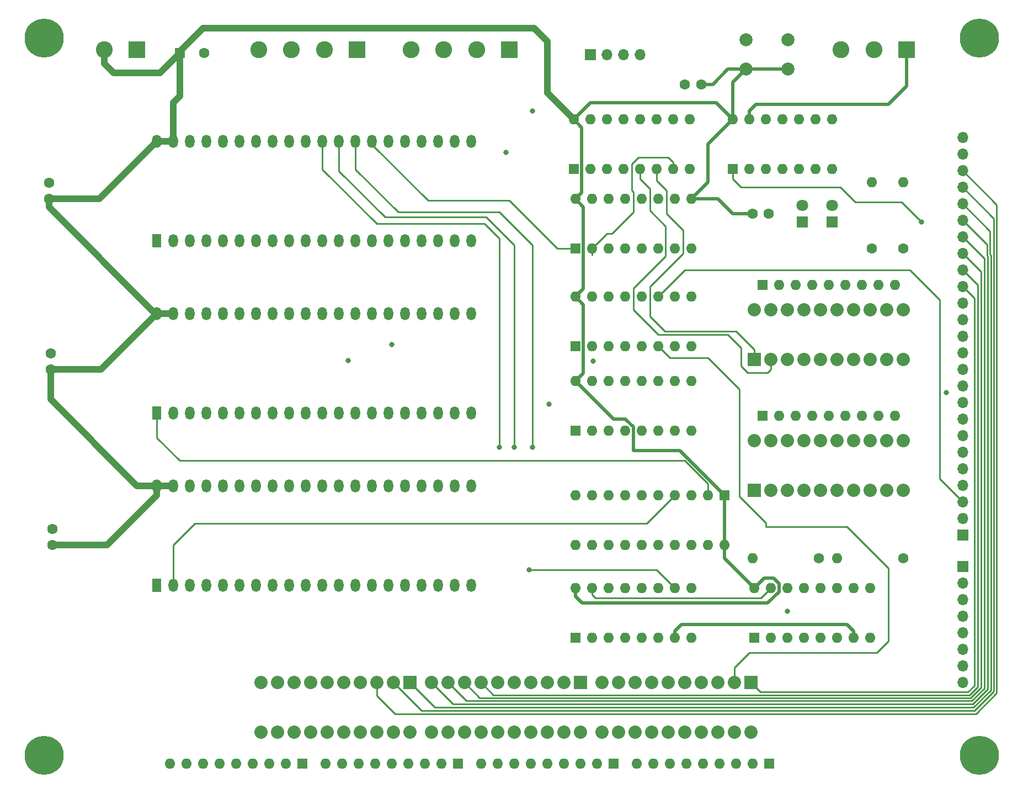
<source format=gbr>
%TF.GenerationSoftware,KiCad,Pcbnew,(5.1.9-0-10_14)*%
%TF.CreationDate,2021-06-20T20:55:53-04:00*%
%TF.ProjectId,control,636f6e74-726f-46c2-9e6b-696361645f70,rev?*%
%TF.SameCoordinates,Original*%
%TF.FileFunction,Copper,L3,Inr*%
%TF.FilePolarity,Positive*%
%FSLAX46Y46*%
G04 Gerber Fmt 4.6, Leading zero omitted, Abs format (unit mm)*
G04 Created by KiCad (PCBNEW (5.1.9-0-10_14)) date 2021-06-20 20:55:53*
%MOMM*%
%LPD*%
G01*
G04 APERTURE LIST*
%TA.AperFunction,ComponentPad*%
%ADD10C,1.600000*%
%TD*%
%TA.AperFunction,ComponentPad*%
%ADD11C,2.600000*%
%TD*%
%TA.AperFunction,ComponentPad*%
%ADD12R,2.600000X2.600000*%
%TD*%
%TA.AperFunction,ComponentPad*%
%ADD13O,1.700000X1.700000*%
%TD*%
%TA.AperFunction,ComponentPad*%
%ADD14R,1.700000X1.700000*%
%TD*%
%TA.AperFunction,ComponentPad*%
%ADD15C,6.000000*%
%TD*%
%TA.AperFunction,ComponentPad*%
%ADD16C,0.800000*%
%TD*%
%TA.AperFunction,ComponentPad*%
%ADD17C,2.032000*%
%TD*%
%TA.AperFunction,ComponentPad*%
%ADD18R,2.032000X2.032000*%
%TD*%
%TA.AperFunction,ComponentPad*%
%ADD19R,1.600000X1.600000*%
%TD*%
%TA.AperFunction,ComponentPad*%
%ADD20O,1.600000X1.600000*%
%TD*%
%TA.AperFunction,ComponentPad*%
%ADD21C,2.000000*%
%TD*%
%TA.AperFunction,ComponentPad*%
%ADD22O,1.440000X2.000000*%
%TD*%
%TA.AperFunction,ComponentPad*%
%ADD23R,1.440000X2.000000*%
%TD*%
%TA.AperFunction,ComponentPad*%
%ADD24C,1.800000*%
%TD*%
%TA.AperFunction,ComponentPad*%
%ADD25R,1.800000X1.800000*%
%TD*%
%TA.AperFunction,ViaPad*%
%ADD26C,0.800000*%
%TD*%
%TA.AperFunction,Conductor*%
%ADD27C,0.500000*%
%TD*%
%TA.AperFunction,Conductor*%
%ADD28C,1.000000*%
%TD*%
%TA.AperFunction,Conductor*%
%ADD29C,0.250000*%
%TD*%
G04 APERTURE END LIST*
D10*
%TO.N,GND*%
%TO.C,C6*%
X123668400Y-42824600D03*
%TO.N,VCC*%
X126168400Y-42824600D03*
%TD*%
%TO.N,GND*%
%TO.C,C2*%
X136542400Y-62636600D03*
%TO.N,VCC*%
X134042400Y-62636600D03*
%TD*%
D11*
%TO.N,SET_CLOCK_FREQ*%
%TO.C,J5*%
X147664400Y-37490600D03*
%TO.N,HALT*%
X152664400Y-37490600D03*
D12*
%TO.N,CLOCK_IN*%
X157664400Y-37490600D03*
%TD*%
D13*
%TO.N,JUMP*%
%TO.C,J3*%
X166300400Y-50952600D03*
%TO.N,RAM_WRITE*%
X166300400Y-53492600D03*
%TO.N,TONE_OCTAVE_2*%
X166300400Y-56032600D03*
%TO.N,TONE_OCTAVE_1*%
X166300400Y-58572600D03*
%TO.N,ALU_S0*%
X166300400Y-61112600D03*
%TO.N,ALU_S1*%
X166300400Y-63652600D03*
%TO.N,ALU_S2*%
X166300400Y-66192600D03*
%TO.N,ALU_S3*%
X166300400Y-68732600D03*
%TO.N,ALU_MODE*%
X166300400Y-71272600D03*
%TO.N,A_REGISTER_OUT*%
X166300400Y-73812600D03*
%TO.N,SCRATCH_REGISTER_OUT*%
X166300400Y-76352600D03*
%TO.N,RAM_OUT*%
X166300400Y-78892600D03*
%TO.N,INSTRUCTION_REG_OUT*%
X166300400Y-81432600D03*
%TO.N,PROGRAM_COUNTER_OUT*%
X166300400Y-83972600D03*
%TO.N,ALU_OUT*%
X166300400Y-86512600D03*
%TO.N,OUT_MUX_EN*%
X166300400Y-89052600D03*
%TO.N,A_REGISTER_IN*%
X166300400Y-91592600D03*
%TO.N,B_REGISTER_IN*%
X166300400Y-94132600D03*
%TO.N,SCRATCH_REGISTER_IN*%
X166300400Y-96672600D03*
%TO.N,MAR1_IN*%
X166300400Y-99212600D03*
%TO.N,MAR2_IN*%
X166300400Y-101752600D03*
%TO.N,RAM_IN*%
X166300400Y-104292600D03*
%TO.N,OUTPUT_REGISTER_IN*%
X166300400Y-106832600D03*
%TO.N,TONE_REGISTER_IN*%
X166300400Y-109372600D03*
D14*
%TO.N,IN_MUX_EN*%
X166300400Y-111912600D03*
%TD*%
D15*
%TO.N,N/C*%
%TO.C,REF\u002A\u002A*%
X25330400Y-35712600D03*
D16*
X27580400Y-35712600D03*
X26921390Y-37303590D03*
X25330400Y-37962600D03*
X23739410Y-37303590D03*
X23080400Y-35712600D03*
X23739410Y-34121610D03*
X25330400Y-33462600D03*
X26921390Y-34121610D03*
%TD*%
%TO.N,N/C*%
%TO.C,REF\u002A\u002A*%
X26921390Y-144103610D03*
X25330400Y-143444600D03*
X23739410Y-144103610D03*
X23080400Y-145694600D03*
X23739410Y-147285590D03*
X25330400Y-147944600D03*
X26921390Y-147285590D03*
X27580400Y-145694600D03*
D15*
X25330400Y-145694600D03*
%TD*%
%TO.N,N/C*%
%TO.C,REF\u002A\u002A*%
X168840400Y-145694600D03*
D16*
X171090400Y-145694600D03*
X170431390Y-147285590D03*
X168840400Y-147944600D03*
X167249410Y-147285590D03*
X166590400Y-145694600D03*
X167249410Y-144103610D03*
X168840400Y-143444600D03*
X170431390Y-144103610D03*
%TD*%
%TO.N,N/C*%
%TO.C,REF\u002A\u002A*%
X170431390Y-34121610D03*
X168840400Y-33462600D03*
X167249410Y-34121610D03*
X166590400Y-35712600D03*
X167249410Y-37303590D03*
X168840400Y-37962600D03*
X170431390Y-37303590D03*
X171090400Y-35712600D03*
D15*
X168840400Y-35712600D03*
%TD*%
D17*
%TO.N,Net-(BAR4-Pad20)*%
%TO.C,BAR4*%
X134296400Y-77368600D03*
%TO.N,Net-(BAR4-Pad19)*%
X136836400Y-77368600D03*
%TO.N,Net-(BAR4-Pad18)*%
X139376400Y-77368600D03*
%TO.N,Net-(BAR4-Pad17)*%
X141916400Y-77368600D03*
%TO.N,JUMP*%
X154616400Y-84988600D03*
%TO.N,Net-(BAR4-Pad10)*%
X157156400Y-84988600D03*
%TO.N,Net-(BAR4-Pad11)*%
X157156400Y-77368600D03*
%TO.N,Net-(BAR4-Pad12)*%
X154616400Y-77368600D03*
%TO.N,SET_CLOCK_FREQ*%
X152076400Y-84988600D03*
%TO.N,STEP1*%
X149536400Y-84988600D03*
%TO.N,STEP2*%
X146996400Y-84988600D03*
%TO.N,STEP3*%
X144456400Y-84988600D03*
%TO.N,Net-(BAR4-Pad16)*%
X144456400Y-77368600D03*
%TO.N,Net-(BAR4-Pad15)*%
X146996400Y-77368600D03*
%TO.N,Net-(BAR4-Pad14)*%
X149536400Y-77368600D03*
%TO.N,Net-(BAR4-Pad13)*%
X152076400Y-77368600D03*
%TO.N,FLAG1*%
X141916400Y-84988600D03*
%TO.N,FLAG2*%
X139376400Y-84988600D03*
%TO.N,FLAG3*%
X136836400Y-84988600D03*
D18*
%TO.N,FLAG4*%
X134296400Y-84988600D03*
%TD*%
D10*
%TO.N,GND*%
%TO.C,C5*%
X49958400Y-37998600D03*
D19*
%TO.N,VCC*%
X46158400Y-37998600D03*
%TD*%
D20*
%TO.N,VCC*%
%TO.C,U8*%
X106864400Y-75336600D03*
%TO.N,GND*%
X124644400Y-82956600D03*
%TO.N,TONE_REGISTER_IN*%
X109404400Y-75336600D03*
%TO.N,A_REGISTER_IN*%
X122104400Y-82956600D03*
%TO.N,RAM_IN*%
X111944400Y-75336600D03*
%TO.N,IN_MUX_EN*%
X119564400Y-82956600D03*
%TO.N,MAR2_IN*%
X114484400Y-75336600D03*
%TO.N,GND*%
X117024400Y-82956600D03*
%TO.N,MAR1_IN*%
X117024400Y-75336600D03*
%TO.N,GND*%
X114484400Y-82956600D03*
%TO.N,OUTPUT_REGISTER_IN*%
X119564400Y-75336600D03*
%TO.N,IN_MUX_02*%
X111944400Y-82956600D03*
%TO.N,SCRATCH_REGISTER_IN*%
X122104400Y-75336600D03*
%TO.N,IN_MUX_01*%
X109404400Y-82956600D03*
%TO.N,B_REGISTER_IN*%
X124644400Y-75336600D03*
D19*
%TO.N,IN_MUX_00*%
X106864400Y-82956600D03*
%TD*%
D20*
%TO.N,VCC*%
%TO.C,U7*%
X130994400Y-48158600D03*
%TO.N,GND*%
X146234400Y-55778600D03*
%TO.N,CLOCK_IN*%
X133534400Y-48158600D03*
%TO.N,N/C*%
X143694400Y-55778600D03*
%TO.N,CLOCK*%
X136074400Y-48158600D03*
%TO.N,N/C*%
X141154400Y-55778600D03*
X138614400Y-48158600D03*
X138614400Y-55778600D03*
X141154400Y-48158600D03*
X136074400Y-55778600D03*
X143694400Y-48158600D03*
%TO.N,Net-(J4-Pad1)*%
X133534400Y-55778600D03*
%TO.N,N/C*%
X146234400Y-48158600D03*
D19*
%TO.N,MASTER_RESET*%
X130994400Y-55778600D03*
%TD*%
D20*
%TO.N,VCC*%
%TO.C,U6*%
X106864400Y-88290600D03*
%TO.N,GND*%
X124644400Y-95910600D03*
%TO.N,A_REGISTER_OUT*%
X109404400Y-88290600D03*
%TO.N,Net-(U6-Pad7)*%
X122104400Y-95910600D03*
%TO.N,SCRATCH_REGISTER_OUT*%
X111944400Y-88290600D03*
%TO.N,OUT_MUX_EN*%
X119564400Y-95910600D03*
%TO.N,RAM_OUT*%
X114484400Y-88290600D03*
%TO.N,GND*%
X117024400Y-95910600D03*
%TO.N,INSTRUCTION_REG_OUT*%
X117024400Y-88290600D03*
%TO.N,GND*%
X114484400Y-95910600D03*
%TO.N,PROGRAM_COUNTER_OUT*%
X119564400Y-88290600D03*
%TO.N,OUT_MUX_02*%
X111944400Y-95910600D03*
%TO.N,ALU_OUT*%
X122104400Y-88290600D03*
%TO.N,OUT_MUX_01*%
X109404400Y-95910600D03*
%TO.N,Net-(U6-Pad9)*%
X124644400Y-88290600D03*
D19*
%TO.N,OUT_MUX_00*%
X106864400Y-95910600D03*
%TD*%
D20*
%TO.N,VCC*%
%TO.C,U5*%
X106864400Y-120040600D03*
%TO.N,GND*%
X124644400Y-127660600D03*
%TO.N,MASTER_RESET*%
X109404400Y-120040600D03*
%TO.N,CLOCK*%
X122104400Y-127660600D03*
%TO.N,BUS_00*%
X111944400Y-120040600D03*
%TO.N,INST3*%
X119564400Y-127660600D03*
%TO.N,BUS_01*%
X114484400Y-120040600D03*
%TO.N,INST2*%
X117024400Y-127660600D03*
%TO.N,BUS_02*%
X117024400Y-120040600D03*
%TO.N,INST1*%
X114484400Y-127660600D03*
%TO.N,BUS_03*%
X119564400Y-120040600D03*
%TO.N,INST0*%
X111944400Y-127660600D03*
%TO.N,INSTRUCTION_REG_IN*%
X122104400Y-120040600D03*
%TO.N,GND*%
X109404400Y-127660600D03*
%TO.N,INSTRUCTION_REG_IN*%
X124644400Y-120040600D03*
D19*
%TO.N,GND*%
X106864400Y-127660600D03*
%TD*%
D20*
%TO.N,VCC*%
%TO.C,U4*%
X134296400Y-120040600D03*
%TO.N,GND*%
X152076400Y-127660600D03*
%TO.N,MASTER_RESET*%
X136836400Y-120040600D03*
%TO.N,CLOCK*%
X149536400Y-127660600D03*
%TO.N,BUS_04*%
X139376400Y-120040600D03*
%TO.N,INST7*%
X146996400Y-127660600D03*
%TO.N,BUS_05*%
X141916400Y-120040600D03*
%TO.N,INST6*%
X144456400Y-127660600D03*
%TO.N,BUS_06*%
X144456400Y-120040600D03*
%TO.N,INST5*%
X141916400Y-127660600D03*
%TO.N,BUS_07*%
X146996400Y-120040600D03*
%TO.N,INST4*%
X139376400Y-127660600D03*
%TO.N,INSTRUCTION_REG_IN*%
X149536400Y-120040600D03*
%TO.N,GND*%
X136836400Y-127660600D03*
%TO.N,INSTRUCTION_REG_IN*%
X152076400Y-120040600D03*
D19*
%TO.N,GND*%
X134296400Y-127660600D03*
%TD*%
D20*
%TO.N,VCC*%
%TO.C,U3*%
X129724400Y-113436600D03*
%TO.N,GND*%
X106864400Y-105816600D03*
%TO.N,INSTRUCTION_REG_OUT*%
X127184400Y-113436600D03*
%TO.N,INST0*%
X109404400Y-105816600D03*
%TO.N,BUS_07*%
X124644400Y-113436600D03*
%TO.N,INST1*%
X111944400Y-105816600D03*
%TO.N,BUS_06*%
X122104400Y-113436600D03*
%TO.N,INST2*%
X114484400Y-105816600D03*
%TO.N,BUS_05*%
X119564400Y-113436600D03*
%TO.N,INST3*%
X117024400Y-105816600D03*
%TO.N,BUS_04*%
X117024400Y-113436600D03*
%TO.N,INST4*%
X119564400Y-105816600D03*
%TO.N,BUS_03*%
X114484400Y-113436600D03*
%TO.N,INST5*%
X122104400Y-105816600D03*
%TO.N,BUS_02*%
X111944400Y-113436600D03*
%TO.N,INST6*%
X124644400Y-105816600D03*
%TO.N,BUS_01*%
X109404400Y-113436600D03*
%TO.N,INST7*%
X127184400Y-105816600D03*
%TO.N,BUS_00*%
X106864400Y-113436600D03*
D19*
%TO.N,VCC*%
X129724400Y-105816600D03*
%TD*%
D20*
%TO.N,VCC*%
%TO.C,U2*%
X106610400Y-48158600D03*
%TO.N,GND*%
X124390400Y-55778600D03*
%TO.N,MASTER_RESET*%
X109150400Y-48158600D03*
%TO.N,CLOCK*%
X121850400Y-55778600D03*
%TO.N,CF*%
X111690400Y-48158600D03*
%TO.N,FLAG4*%
X119310400Y-55778600D03*
%TO.N,GT*%
X114230400Y-48158600D03*
%TO.N,FLAG3*%
X116770400Y-55778600D03*
%TO.N,EQ*%
X116770400Y-48158600D03*
%TO.N,FLAG2*%
X114230400Y-55778600D03*
%TO.N,FLAG4*%
X119310400Y-48158600D03*
%TO.N,FLAG1*%
X111690400Y-55778600D03*
%TO.N,FLAG_IN*%
X121850400Y-48158600D03*
%TO.N,GND*%
X109150400Y-55778600D03*
%TO.N,FLAG_IN*%
X124390400Y-48158600D03*
D19*
%TO.N,GND*%
X106610400Y-55778600D03*
%TD*%
D20*
%TO.N,VCC*%
%TO.C,U1*%
X106864400Y-60350600D03*
%TO.N,GND*%
X124644400Y-67970600D03*
%TO.N,Net-(U1-Pad15)*%
X109404400Y-60350600D03*
%TO.N,GND*%
X122104400Y-67970600D03*
%TO.N,STEP1*%
X111944400Y-60350600D03*
%TO.N,Net-(U1-Pad6)*%
X119564400Y-67970600D03*
%TO.N,STEP2*%
X114484400Y-60350600D03*
%TO.N,Net-(U1-Pad5)*%
X117024400Y-67970600D03*
%TO.N,STEP3*%
X117024400Y-60350600D03*
%TO.N,Net-(U1-Pad4)*%
X114484400Y-67970600D03*
%TO.N,Net-(U1-Pad11)*%
X119564400Y-60350600D03*
%TO.N,Net-(U1-Pad3)*%
X111944400Y-67970600D03*
%TO.N,GND*%
X122104400Y-60350600D03*
%TO.N,CLOCK*%
X109404400Y-67970600D03*
%TO.N,VCC*%
X124644400Y-60350600D03*
D19*
%TO.N,STEP_RESET*%
X106864400Y-67970600D03*
%TD*%
D21*
%TO.N,MASTER_RESET*%
%TO.C,SW6*%
X139526400Y-35966600D03*
%TO.N,VCC*%
X139526400Y-40466600D03*
%TO.N,MASTER_RESET*%
X133026400Y-35966600D03*
%TO.N,VCC*%
X133026400Y-40466600D03*
%TD*%
D20*
%TO.N,Net-(BAR3-Pad15)*%
%TO.C,RN17*%
X92386400Y-146964600D03*
%TO.N,Net-(BAR3-Pad16)*%
X94926400Y-146964600D03*
%TO.N,Net-(BAR3-Pad17)*%
X97466400Y-146964600D03*
%TO.N,Net-(BAR3-Pad18)*%
X100006400Y-146964600D03*
%TO.N,Net-(BAR3-Pad19)*%
X102546400Y-146964600D03*
%TO.N,Net-(BAR3-Pad20)*%
X105086400Y-146964600D03*
%TO.N,Net-(BAR4-Pad11)*%
X107626400Y-146964600D03*
%TO.N,Net-(BAR4-Pad12)*%
X110166400Y-146964600D03*
D19*
%TO.N,GND*%
X112706400Y-146964600D03*
%TD*%
D20*
%TO.N,Net-(BAR2-Pad17)*%
%TO.C,RN16*%
X68510400Y-146964600D03*
%TO.N,Net-(BAR2-Pad18)*%
X71050400Y-146964600D03*
%TO.N,Net-(BAR2-Pad19)*%
X73590400Y-146964600D03*
%TO.N,Net-(BAR2-Pad20)*%
X76130400Y-146964600D03*
%TO.N,Net-(BAR3-Pad11)*%
X78670400Y-146964600D03*
%TO.N,Net-(BAR3-Pad12)*%
X81210400Y-146964600D03*
%TO.N,Net-(BAR3-Pad13)*%
X83750400Y-146964600D03*
%TO.N,Net-(BAR3-Pad14)*%
X86290400Y-146964600D03*
D19*
%TO.N,GND*%
X88830400Y-146964600D03*
%TD*%
D20*
%TO.N,Net-(BAR1-Pad19)*%
%TO.C,RN15*%
X44634400Y-146964600D03*
%TO.N,Net-(BAR1-Pad20)*%
X47174400Y-146964600D03*
%TO.N,Net-(BAR2-Pad11)*%
X49714400Y-146964600D03*
%TO.N,Net-(BAR2-Pad12)*%
X52254400Y-146964600D03*
%TO.N,Net-(BAR2-Pad13)*%
X54794400Y-146964600D03*
%TO.N,Net-(BAR2-Pad14)*%
X57334400Y-146964600D03*
%TO.N,Net-(BAR2-Pad15)*%
X59874400Y-146964600D03*
%TO.N,Net-(BAR2-Pad16)*%
X62414400Y-146964600D03*
D19*
%TO.N,GND*%
X64954400Y-146964600D03*
%TD*%
D20*
%TO.N,Net-(BAR1-Pad11)*%
%TO.C,RN14*%
X116262400Y-146964600D03*
%TO.N,Net-(BAR1-Pad12)*%
X118802400Y-146964600D03*
%TO.N,Net-(BAR1-Pad13)*%
X121342400Y-146964600D03*
%TO.N,Net-(BAR1-Pad14)*%
X123882400Y-146964600D03*
%TO.N,Net-(BAR1-Pad15)*%
X126422400Y-146964600D03*
%TO.N,Net-(BAR1-Pad16)*%
X128962400Y-146964600D03*
%TO.N,Net-(BAR1-Pad17)*%
X131502400Y-146964600D03*
%TO.N,Net-(BAR1-Pad18)*%
X134042400Y-146964600D03*
D19*
%TO.N,GND*%
X136582400Y-146964600D03*
%TD*%
D20*
%TO.N,Net-(BAR5-Pad11)*%
%TO.C,RN2*%
X155886400Y-93624600D03*
%TO.N,Net-(BAR5-Pad12)*%
X153346400Y-93624600D03*
%TO.N,Net-(BAR5-Pad13)*%
X150806400Y-93624600D03*
%TO.N,Net-(BAR5-Pad14)*%
X148266400Y-93624600D03*
%TO.N,Net-(BAR5-Pad15)*%
X145726400Y-93624600D03*
%TO.N,Net-(BAR5-Pad16)*%
X143186400Y-93624600D03*
%TO.N,Net-(BAR5-Pad17)*%
X140646400Y-93624600D03*
%TO.N,Net-(BAR5-Pad18)*%
X138106400Y-93624600D03*
D19*
%TO.N,GND*%
X135566400Y-93624600D03*
%TD*%
D20*
%TO.N,Net-(BAR4-Pad13)*%
%TO.C,RN1*%
X155886400Y-73558600D03*
%TO.N,Net-(BAR4-Pad14)*%
X153346400Y-73558600D03*
%TO.N,Net-(BAR4-Pad15)*%
X150806400Y-73558600D03*
%TO.N,Net-(BAR4-Pad16)*%
X148266400Y-73558600D03*
%TO.N,Net-(BAR4-Pad17)*%
X145726400Y-73558600D03*
%TO.N,Net-(BAR4-Pad18)*%
X143186400Y-73558600D03*
%TO.N,Net-(BAR4-Pad19)*%
X140646400Y-73558600D03*
%TO.N,Net-(BAR4-Pad20)*%
X138106400Y-73558600D03*
D19*
%TO.N,GND*%
X135566400Y-73558600D03*
%TD*%
D20*
%TO.N,Net-(D2-Pad1)*%
%TO.C,R4*%
X157205400Y-57810600D03*
D10*
%TO.N,GND*%
X157205400Y-67970600D03*
%TD*%
D20*
%TO.N,Net-(D1-Pad1)*%
%TO.C,R3*%
X152330400Y-57810600D03*
D10*
%TO.N,GND*%
X152330400Y-67970600D03*
%TD*%
D20*
%TO.N,GND*%
%TO.C,R2*%
X134042400Y-115468600D03*
D10*
%TO.N,Net-(BAR5-Pad20)*%
X144202400Y-115468600D03*
%TD*%
D20*
%TO.N,GND*%
%TO.C,R1*%
X146996400Y-115468600D03*
D10*
%TO.N,Net-(BAR5-Pad19)*%
X157156400Y-115468600D03*
%TD*%
D11*
%TO.N,VCC*%
%TO.C,J50*%
X34554400Y-37490600D03*
D12*
%TO.N,GND*%
X39554400Y-37490600D03*
%TD*%
D13*
%TO.N,FLAG4*%
%TO.C,J12*%
X116770400Y-38252600D03*
%TO.N,EQ*%
X114230400Y-38252600D03*
%TO.N,GT*%
X111690400Y-38252600D03*
D14*
%TO.N,CF*%
X109150400Y-38252600D03*
%TD*%
D13*
%TO.N,BUS_00*%
%TO.C,J8*%
X166300400Y-134518600D03*
%TO.N,BUS_01*%
X166300400Y-131978600D03*
%TO.N,BUS_02*%
X166300400Y-129438600D03*
%TO.N,BUS_03*%
X166300400Y-126898600D03*
%TO.N,BUS_04*%
X166300400Y-124358600D03*
%TO.N,BUS_05*%
X166300400Y-121818600D03*
%TO.N,BUS_06*%
X166300400Y-119278600D03*
D14*
%TO.N,BUS_07*%
X166300400Y-116738600D03*
%TD*%
D11*
%TO.N,Net-(J4-Pad1)*%
%TO.C,J4*%
X58336400Y-37490600D03*
X63336400Y-37490600D03*
X68336400Y-37490600D03*
D12*
X73336400Y-37490600D03*
%TD*%
D11*
%TO.N,MASTER_RESET*%
%TO.C,J2*%
X81704400Y-37490600D03*
X86704400Y-37490600D03*
X91704400Y-37490600D03*
D12*
X96704400Y-37490600D03*
%TD*%
D22*
%TO.N,*%
%TO.C,EEPROM4*%
X90897400Y-51536600D03*
X90897400Y-66776600D03*
X88357400Y-51536600D03*
X88357400Y-66776600D03*
X85817400Y-51536600D03*
X85817400Y-66776600D03*
X83277400Y-51536600D03*
X83277400Y-66776600D03*
X80737400Y-51536600D03*
X80737400Y-66776600D03*
X78197400Y-51536600D03*
X78197400Y-66776600D03*
%TO.N,STEP_RESET*%
X75657400Y-51536600D03*
%TO.N,GND*%
X75657400Y-66776600D03*
%TO.N,PROGRAM_COUNTER_ENABLE*%
X73117400Y-51536600D03*
%TO.N,FLAG_IN*%
X73117400Y-66776600D03*
%TO.N,INSTRUCTION_REG_IN*%
X70577400Y-51536600D03*
%TO.N,SET_CLOCK_FREQ*%
X70577400Y-66776600D03*
%TO.N,HALT*%
X68037400Y-51536600D03*
%TO.N,JUMP*%
X68037400Y-66776600D03*
%TO.N,MASTER_RESET*%
X65497400Y-51536600D03*
%TO.N,STEP1*%
X65497400Y-66776600D03*
%TO.N,GND*%
X62957400Y-51536600D03*
%TO.N,STEP2*%
X62957400Y-66776600D03*
%TO.N,INST3*%
X60417400Y-51536600D03*
%TO.N,STEP3*%
X60417400Y-66776600D03*
%TO.N,GND*%
X57877400Y-51536600D03*
%TO.N,FLAG1*%
X57877400Y-66776600D03*
%TO.N,INST4*%
X55337400Y-51536600D03*
%TO.N,FLAG2*%
X55337400Y-66776600D03*
%TO.N,INST2*%
X52797400Y-51536600D03*
%TO.N,FLAG3*%
X52797400Y-66776600D03*
%TO.N,INST1*%
X50257400Y-51536600D03*
%TO.N,FLAG4*%
X50257400Y-66776600D03*
%TO.N,INST6*%
X47717400Y-51536600D03*
%TO.N,INST0*%
X47717400Y-66776600D03*
%TO.N,VCC*%
X45177400Y-51536600D03*
%TO.N,INST5*%
X45177400Y-66776600D03*
%TO.N,VCC*%
X42637400Y-51536600D03*
D23*
%TO.N,INST7*%
X42637400Y-66776600D03*
%TD*%
D22*
%TO.N,*%
%TO.C,EEPROM2*%
X90897400Y-77936600D03*
X90897400Y-93176600D03*
X88357400Y-77936600D03*
X88357400Y-93176600D03*
X85817400Y-77936600D03*
X85817400Y-93176600D03*
X83277400Y-77936600D03*
X83277400Y-93176600D03*
X80737400Y-77936600D03*
X80737400Y-93176600D03*
X78197400Y-77936600D03*
X78197400Y-93176600D03*
%TO.N,OUT_MUX_EN*%
X75657400Y-77936600D03*
%TO.N,GND*%
X75657400Y-93176600D03*
%TO.N,IN_MUX_00*%
X73117400Y-77936600D03*
%TO.N,OUT_MUX_02*%
X73117400Y-93176600D03*
%TO.N,IN_MUX_01*%
X70577400Y-77936600D03*
%TO.N,OUT_MUX_01*%
X70577400Y-93176600D03*
%TO.N,IN_MUX_02*%
X68037400Y-77936600D03*
%TO.N,OUT_MUX_00*%
X68037400Y-93176600D03*
%TO.N,IN_MUX_EN*%
X65497400Y-77936600D03*
%TO.N,STEP1*%
X65497400Y-93176600D03*
%TO.N,GND*%
X62957400Y-77936600D03*
%TO.N,STEP2*%
X62957400Y-93176600D03*
%TO.N,INST3*%
X60417400Y-77936600D03*
%TO.N,STEP3*%
X60417400Y-93176600D03*
%TO.N,GND*%
X57877400Y-77936600D03*
%TO.N,FLAG1*%
X57877400Y-93176600D03*
%TO.N,INST4*%
X55337400Y-77936600D03*
%TO.N,FLAG2*%
X55337400Y-93176600D03*
%TO.N,INST2*%
X52797400Y-77936600D03*
%TO.N,FLAG3*%
X52797400Y-93176600D03*
%TO.N,INST1*%
X50257400Y-77936600D03*
%TO.N,FLAG4*%
X50257400Y-93176600D03*
%TO.N,INST6*%
X47717400Y-77936600D03*
%TO.N,INST0*%
X47717400Y-93176600D03*
%TO.N,VCC*%
X45177400Y-77936600D03*
%TO.N,INST5*%
X45177400Y-93176600D03*
%TO.N,VCC*%
X42637400Y-77936600D03*
D23*
%TO.N,INST7*%
X42637400Y-93176600D03*
%TD*%
D22*
%TO.N,*%
%TO.C,EEPROM1*%
X90897400Y-104336600D03*
X90897400Y-119576600D03*
X88357400Y-104336600D03*
X88357400Y-119576600D03*
X85817400Y-104336600D03*
X85817400Y-119576600D03*
X83277400Y-104336600D03*
X83277400Y-119576600D03*
X80737400Y-104336600D03*
X80737400Y-119576600D03*
X78197400Y-104336600D03*
X78197400Y-119576600D03*
%TO.N,ALU_S1*%
X75657400Y-104336600D03*
%TO.N,GND*%
X75657400Y-119576600D03*
%TO.N,ALU_S0*%
X73117400Y-104336600D03*
%TO.N,ALU_S2*%
X73117400Y-119576600D03*
%TO.N,TONE_OCTAVE_1*%
X70577400Y-104336600D03*
%TO.N,ALU_S3*%
X70577400Y-119576600D03*
%TO.N,TONE_OCTAVE_2*%
X68037400Y-104336600D03*
%TO.N,ALU_MODE*%
X68037400Y-119576600D03*
%TO.N,RAM_WRITE*%
X65497400Y-104336600D03*
%TO.N,STEP1*%
X65497400Y-119576600D03*
%TO.N,GND*%
X62957400Y-104336600D03*
%TO.N,STEP2*%
X62957400Y-119576600D03*
%TO.N,INST3*%
X60417400Y-104336600D03*
%TO.N,STEP3*%
X60417400Y-119576600D03*
%TO.N,GND*%
X57877400Y-104336600D03*
%TO.N,FLAG1*%
X57877400Y-119576600D03*
%TO.N,INST4*%
X55337400Y-104336600D03*
%TO.N,FLAG2*%
X55337400Y-119576600D03*
%TO.N,INST2*%
X52797400Y-104336600D03*
%TO.N,FLAG3*%
X52797400Y-119576600D03*
%TO.N,INST1*%
X50257400Y-104336600D03*
%TO.N,FLAG4*%
X50257400Y-119576600D03*
%TO.N,INST6*%
X47717400Y-104336600D03*
%TO.N,INST0*%
X47717400Y-119576600D03*
%TO.N,VCC*%
X45177400Y-104336600D03*
%TO.N,INST5*%
X45177400Y-119576600D03*
%TO.N,VCC*%
X42637400Y-104336600D03*
D23*
%TO.N,INST7*%
X42637400Y-119576600D03*
%TD*%
D24*
%TO.N,CLOCK*%
%TO.C,D2*%
X146234400Y-61366600D03*
D25*
%TO.N,Net-(D2-Pad1)*%
X146234400Y-63906600D03*
%TD*%
D24*
%TO.N,CLOCK_IN*%
%TO.C,D1*%
X141662400Y-61366600D03*
D25*
%TO.N,Net-(D1-Pad1)*%
X141662400Y-63906600D03*
%TD*%
D10*
%TO.N,GND*%
%TO.C,C4*%
X26600400Y-110936600D03*
%TO.N,VCC*%
X26600400Y-113436600D03*
%TD*%
%TO.N,GND*%
%TO.C,C3*%
X26346400Y-84012600D03*
%TO.N,VCC*%
X26346400Y-86512600D03*
%TD*%
%TO.N,GND*%
%TO.C,C1*%
X26092400Y-57850600D03*
%TO.N,VCC*%
X26092400Y-60350600D03*
%TD*%
D17*
%TO.N,Net-(BAR5-Pad20)*%
%TO.C,BAR5*%
X134296400Y-97434600D03*
%TO.N,Net-(BAR5-Pad19)*%
X136836400Y-97434600D03*
%TO.N,Net-(BAR5-Pad18)*%
X139376400Y-97434600D03*
%TO.N,Net-(BAR5-Pad17)*%
X141916400Y-97434600D03*
%TO.N,Net-(BAR5-Pad9)*%
X154616400Y-105054600D03*
%TO.N,Net-(BAR5-Pad10)*%
X157156400Y-105054600D03*
%TO.N,Net-(BAR5-Pad11)*%
X157156400Y-97434600D03*
%TO.N,Net-(BAR5-Pad12)*%
X154616400Y-97434600D03*
%TO.N,INST0*%
X152076400Y-105054600D03*
%TO.N,INST1*%
X149536400Y-105054600D03*
%TO.N,INST2*%
X146996400Y-105054600D03*
%TO.N,INST3*%
X144456400Y-105054600D03*
%TO.N,Net-(BAR5-Pad16)*%
X144456400Y-97434600D03*
%TO.N,Net-(BAR5-Pad15)*%
X146996400Y-97434600D03*
%TO.N,Net-(BAR5-Pad14)*%
X149536400Y-97434600D03*
%TO.N,Net-(BAR5-Pad13)*%
X152076400Y-97434600D03*
%TO.N,INST4*%
X141916400Y-105054600D03*
%TO.N,INST5*%
X139376400Y-105054600D03*
%TO.N,INST6*%
X136836400Y-105054600D03*
D18*
%TO.N,INST7*%
X134296400Y-105054600D03*
%TD*%
D17*
%TO.N,Net-(BAR3-Pad20)*%
%TO.C,BAR3*%
X107626400Y-142138600D03*
%TO.N,Net-(BAR3-Pad19)*%
X105086400Y-142138600D03*
%TO.N,Net-(BAR3-Pad18)*%
X102546400Y-142138600D03*
%TO.N,Net-(BAR3-Pad17)*%
X100006400Y-142138600D03*
%TO.N,ALU_S2*%
X87306400Y-134518600D03*
%TO.N,ALU_S1*%
X84766400Y-134518600D03*
%TO.N,Net-(BAR3-Pad11)*%
X84766400Y-142138600D03*
%TO.N,Net-(BAR3-Pad12)*%
X87306400Y-142138600D03*
%TO.N,ALU_S3*%
X89846400Y-134518600D03*
%TO.N,ALU_MODE*%
X92386400Y-134518600D03*
%TO.N,MASTER_RESET*%
X94926400Y-134518600D03*
%TO.N,HALT*%
X97466400Y-134518600D03*
%TO.N,Net-(BAR3-Pad16)*%
X97466400Y-142138600D03*
%TO.N,Net-(BAR3-Pad15)*%
X94926400Y-142138600D03*
%TO.N,Net-(BAR3-Pad14)*%
X92386400Y-142138600D03*
%TO.N,Net-(BAR3-Pad13)*%
X89846400Y-142138600D03*
%TO.N,INSTRUCTION_REG_IN*%
X100006400Y-134518600D03*
%TO.N,PROGRAM_COUNTER_ENABLE*%
X102546400Y-134518600D03*
%TO.N,STEP_RESET*%
X105086400Y-134518600D03*
D18*
%TO.N,FLAG_IN*%
X107626400Y-134518600D03*
%TD*%
D17*
%TO.N,Net-(BAR2-Pad20)*%
%TO.C,BAR2*%
X81464400Y-142138600D03*
%TO.N,Net-(BAR2-Pad19)*%
X78924400Y-142138600D03*
%TO.N,Net-(BAR2-Pad18)*%
X76384400Y-142138600D03*
%TO.N,Net-(BAR2-Pad17)*%
X73844400Y-142138600D03*
%TO.N,RAM_OUT*%
X61144400Y-134518600D03*
%TO.N,SCRATCH_REGISTER_OUT*%
X58604400Y-134518600D03*
%TO.N,Net-(BAR2-Pad11)*%
X58604400Y-142138600D03*
%TO.N,Net-(BAR2-Pad12)*%
X61144400Y-142138600D03*
%TO.N,INSTRUCTION_REG_OUT*%
X63684400Y-134518600D03*
%TO.N,PROGRAM_COUNTER_OUT*%
X66224400Y-134518600D03*
%TO.N,ALU_OUT*%
X68764400Y-134518600D03*
%TO.N,OUT_MUX_EN*%
X71304400Y-134518600D03*
%TO.N,Net-(BAR2-Pad16)*%
X71304400Y-142138600D03*
%TO.N,Net-(BAR2-Pad15)*%
X68764400Y-142138600D03*
%TO.N,Net-(BAR2-Pad14)*%
X66224400Y-142138600D03*
%TO.N,Net-(BAR2-Pad13)*%
X63684400Y-142138600D03*
%TO.N,RAM_WRITE*%
X73844400Y-134518600D03*
%TO.N,TONE_OCTAVE_2*%
X76384400Y-134518600D03*
%TO.N,TONE_OCTAVE_1*%
X78924400Y-134518600D03*
D18*
%TO.N,ALU_S0*%
X81464400Y-134518600D03*
%TD*%
D17*
%TO.N,Net-(BAR1-Pad20)*%
%TO.C,BAR1*%
X133788400Y-142138600D03*
%TO.N,Net-(BAR1-Pad19)*%
X131248400Y-142138600D03*
%TO.N,Net-(BAR1-Pad18)*%
X128708400Y-142138600D03*
%TO.N,Net-(BAR1-Pad17)*%
X126168400Y-142138600D03*
%TO.N,B_REGISTER_IN*%
X113468400Y-134518600D03*
%TO.N,A_REGISTER_IN*%
X110928400Y-134518600D03*
%TO.N,Net-(BAR1-Pad11)*%
X110928400Y-142138600D03*
%TO.N,Net-(BAR1-Pad12)*%
X113468400Y-142138600D03*
%TO.N,SCRATCH_REGISTER_IN*%
X116008400Y-134518600D03*
%TO.N,MAR1_IN*%
X118548400Y-134518600D03*
%TO.N,MAR2_IN*%
X121088400Y-134518600D03*
%TO.N,RAM_IN*%
X123628400Y-134518600D03*
%TO.N,Net-(BAR1-Pad16)*%
X123628400Y-142138600D03*
%TO.N,Net-(BAR1-Pad15)*%
X121088400Y-142138600D03*
%TO.N,Net-(BAR1-Pad14)*%
X118548400Y-142138600D03*
%TO.N,Net-(BAR1-Pad13)*%
X116008400Y-142138600D03*
%TO.N,OUTPUT_REGISTER_IN*%
X126168400Y-134518600D03*
%TO.N,TONE_REGISTER_IN*%
X128708400Y-134518600D03*
%TO.N,IN_MUX_EN*%
X131248400Y-134518600D03*
D18*
%TO.N,A_REGISTER_OUT*%
X133788400Y-134518600D03*
%TD*%
D26*
%TO.N,FLAG4*%
X100260400Y-46888600D03*
X96196400Y-53238600D03*
%TO.N,INSTRUCTION_REG_IN*%
X97466400Y-98450600D03*
X99752400Y-117246600D03*
X139376400Y-123596600D03*
%TO.N,FLAG_IN*%
X78670400Y-82702600D03*
%TO.N,PROGRAM_COUNTER_ENABLE*%
X100260400Y-98450600D03*
%TO.N,MASTER_RESET*%
X163760400Y-90068600D03*
X159950400Y-63906600D03*
%TO.N,HALT*%
X95180400Y-98450600D03*
%TO.N,IN_MUX_EN*%
X109585814Y-85205610D03*
X71993814Y-85127888D03*
%TO.N,OUT_MUX_EN*%
X102837390Y-91846600D03*
%TD*%
D27*
%TO.N,VCC*%
X107860401Y-49408601D02*
X107860401Y-59354599D01*
X107860401Y-59354599D02*
X106864400Y-60350600D01*
X106610400Y-48158600D02*
X107860401Y-49408601D01*
X108114401Y-74086599D02*
X106864400Y-75336600D01*
X108114401Y-61600601D02*
X108114401Y-74086599D01*
X106864400Y-60350600D02*
X108114401Y-61600601D01*
X108114401Y-87040599D02*
X106864400Y-88290600D01*
X108114401Y-76586601D02*
X108114401Y-87040599D01*
X106864400Y-75336600D02*
X108114401Y-76586601D01*
X129724400Y-113436600D02*
X129724400Y-105816600D01*
X129724400Y-115468600D02*
X134296400Y-120040600D01*
X129724400Y-113436600D02*
X129724400Y-115468600D01*
X130994400Y-48158600D02*
X127184400Y-51968600D01*
X127184400Y-57810600D02*
X124644400Y-60350600D01*
X127184400Y-51968600D02*
X127184400Y-57810600D01*
X139526400Y-40466600D02*
X133026400Y-40466600D01*
X133026400Y-40466600D02*
X130994400Y-42498600D01*
X130994400Y-42498600D02*
X130994400Y-48158600D01*
X130994400Y-48158600D02*
X128454400Y-45618600D01*
X109150400Y-45618600D02*
X106610400Y-48158600D01*
X128454400Y-45618600D02*
X109150400Y-45618600D01*
D28*
X42637400Y-51536600D02*
X45177400Y-51536600D01*
X33823400Y-60350600D02*
X42637400Y-51536600D01*
X26092400Y-60350600D02*
X33823400Y-60350600D01*
X26092400Y-60350600D02*
X26092400Y-61620600D01*
X42408400Y-77936600D02*
X42637400Y-77936600D01*
X26092400Y-61620600D02*
X42408400Y-77936600D01*
X45177400Y-77936600D02*
X42637400Y-77936600D01*
X34061400Y-86512600D02*
X42637400Y-77936600D01*
X26346400Y-86512600D02*
X34061400Y-86512600D01*
X26346400Y-86512600D02*
X26346400Y-91084600D01*
X39598400Y-104336600D02*
X42637400Y-104336600D01*
X26346400Y-91084600D02*
X39598400Y-104336600D01*
X45177400Y-104336600D02*
X42637400Y-104336600D01*
X26600400Y-113436600D02*
X34982400Y-113436600D01*
X42637400Y-105781600D02*
X42637400Y-104336600D01*
X34982400Y-113436600D02*
X42637400Y-105781600D01*
X46158400Y-37998600D02*
X46158400Y-44602600D01*
X45177400Y-45583600D02*
X45177400Y-51536600D01*
X46158400Y-44602600D02*
X45177400Y-45583600D01*
X46158400Y-37998600D02*
X46158400Y-37744600D01*
X46158400Y-37744600D02*
X49714400Y-34188600D01*
X49714400Y-34188600D02*
X100514400Y-34188600D01*
X100514400Y-34188600D02*
X102546400Y-36220600D01*
X102546400Y-44094600D02*
X106610400Y-48158600D01*
X102546400Y-36220600D02*
X102546400Y-44094600D01*
D27*
X135820400Y-118516600D02*
X134296400Y-120040600D01*
X137253401Y-118516600D02*
X135820400Y-118516600D01*
X138106400Y-120620602D02*
X138106400Y-119369599D01*
X138106400Y-119369599D02*
X137253401Y-118516600D01*
X136400402Y-122326600D02*
X138106400Y-120620602D01*
X106864400Y-121310600D02*
X107880400Y-122326600D01*
X107880400Y-122326600D02*
X136400402Y-122326600D01*
X106864400Y-120040600D02*
X106864400Y-121310600D01*
X114556402Y-94132600D02*
X115754400Y-95330598D01*
X129724400Y-105765412D02*
X129724400Y-105816600D01*
X106864400Y-88290600D02*
X112706400Y-94132600D01*
X115754400Y-98958600D02*
X122917588Y-98958600D01*
X112706400Y-94132600D02*
X114556402Y-94132600D01*
X115754400Y-95330598D02*
X115754400Y-98958600D01*
X122917588Y-98958600D02*
X129724400Y-105765412D01*
D28*
X34554400Y-39602600D02*
X34554400Y-37490600D01*
X35998400Y-41046600D02*
X34554400Y-39602600D01*
X43110400Y-41046600D02*
X35998400Y-41046600D01*
X46158400Y-37998600D02*
X43110400Y-41046600D01*
D27*
X124644400Y-60350600D02*
X128708400Y-60350600D01*
X130994400Y-62636600D02*
X134042400Y-62636600D01*
X128708400Y-60350600D02*
X130994400Y-62636600D01*
X133026400Y-40466600D02*
X130304400Y-40466600D01*
X127946400Y-42824600D02*
X126168400Y-42824600D01*
X130304400Y-40466600D02*
X127946400Y-42824600D01*
D29*
%TO.N,FLAG4*%
X120580400Y-80670600D02*
X118294400Y-78384600D01*
X118294400Y-78384600D02*
X118294400Y-73812600D01*
X118294400Y-73812600D02*
X123374400Y-68732600D01*
X123374400Y-68732600D02*
X123374400Y-65176600D01*
X123374400Y-65176600D02*
X120834400Y-62636600D01*
X120834400Y-62636600D02*
X120834400Y-59080600D01*
X119310400Y-57556600D02*
X119310400Y-55778600D01*
X120834400Y-59080600D02*
X119310400Y-57556600D01*
X120580400Y-80670600D02*
X131502400Y-80670600D01*
X134296400Y-83464600D02*
X134296400Y-84988600D01*
X131502400Y-80670600D02*
X134296400Y-83464600D01*
D27*
%TO.N,CLOCK*%
X122104400Y-127660600D02*
X122104400Y-126644600D01*
X122104400Y-126644600D02*
X123120400Y-125628600D01*
X123120400Y-125628600D02*
X148520400Y-125628600D01*
X149536400Y-126644600D02*
X149536400Y-127660600D01*
X148520400Y-125628600D02*
X149536400Y-126644600D01*
D29*
X109404400Y-68986600D02*
X109404400Y-67970600D01*
X121850400Y-55778600D02*
X121850400Y-56032600D01*
X121088400Y-54000600D02*
X121850400Y-54762600D01*
X121850400Y-54762600D02*
X121850400Y-55778600D01*
X115500400Y-59044602D02*
X115500400Y-55016600D01*
X115754400Y-62382600D02*
X115754400Y-59298602D01*
X115500400Y-55016600D02*
X116516400Y-54000600D01*
X111690400Y-65684600D02*
X112452400Y-65684600D01*
X115754400Y-59298602D02*
X115500400Y-59044602D01*
X116516400Y-54000600D02*
X121088400Y-54000600D01*
X112452400Y-65684600D02*
X115754400Y-62382600D01*
X109404400Y-67970600D02*
X111690400Y-65684600D01*
%TO.N,STEP_RESET*%
X75657400Y-51536600D02*
X75657400Y-52003600D01*
X75657400Y-52003600D02*
X84258400Y-60604600D01*
X84258400Y-60604600D02*
X96704400Y-60604600D01*
X104070400Y-67970600D02*
X106864400Y-67970600D01*
X96704400Y-60604600D02*
X104070400Y-67970600D01*
%TO.N,INSTRUCTION_REG_IN*%
X70577400Y-51536600D02*
X70577400Y-56067600D01*
X70577400Y-56067600D02*
X77654400Y-63144600D01*
X77654400Y-63144600D02*
X93148400Y-63144600D01*
X93148400Y-63144600D02*
X97466400Y-67462600D01*
X97466400Y-67462600D02*
X97466400Y-98450600D01*
X119310400Y-117246600D02*
X122104400Y-120040600D01*
X99752400Y-117246600D02*
X119310400Y-117246600D01*
%TO.N,PROGRAM_COUNTER_ENABLE*%
X100260400Y-67462600D02*
X100260400Y-98450600D01*
X95180400Y-62382600D02*
X100260400Y-67462600D01*
X79686400Y-62382600D02*
X95180400Y-62382600D01*
X73117400Y-55813600D02*
X79686400Y-62382600D01*
X73117400Y-51536600D02*
X73117400Y-55813600D01*
%TO.N,ALU_S0*%
X167949990Y-138328600D02*
X85274400Y-138328600D01*
X170618400Y-68989421D02*
X170618400Y-135660190D01*
X170480380Y-68851401D02*
X170618400Y-68989421D01*
X170480380Y-65292580D02*
X170480380Y-68851401D01*
X166300400Y-61112600D02*
X170480380Y-65292580D01*
X85274400Y-138328600D02*
X81464400Y-134518600D01*
X170618400Y-135660190D02*
X167949990Y-138328600D01*
%TO.N,ALU_S1*%
X88068400Y-137820600D02*
X84766400Y-134518600D01*
X170110400Y-69117832D02*
X170110400Y-135531780D01*
X170110400Y-135531780D02*
X167821580Y-137820600D01*
X170030369Y-67382569D02*
X170030369Y-69037801D01*
X167821580Y-137820600D02*
X88068400Y-137820600D01*
X166300400Y-63652600D02*
X170030369Y-67382569D01*
X170030369Y-69037801D02*
X170110400Y-69117832D01*
%TO.N,ALU_S3*%
X169094400Y-135274959D02*
X167506770Y-136862589D01*
X167506770Y-136862589D02*
X92190389Y-136862589D01*
X169094400Y-71526600D02*
X169094400Y-135274959D01*
X92190389Y-136862589D02*
X89846400Y-134518600D01*
X166300400Y-68732600D02*
X169094400Y-71526600D01*
%TO.N,ALU_S2*%
X169602400Y-135403370D02*
X167693170Y-137312600D01*
X166300400Y-66192600D02*
X169602400Y-69494600D01*
X167693170Y-137312600D02*
X90100400Y-137312600D01*
X90100400Y-137312600D02*
X87306400Y-134518600D01*
X169602400Y-69494600D02*
X169602400Y-135403370D01*
%TO.N,ALU_MODE*%
X94280378Y-136412578D02*
X92386400Y-134518600D01*
X168586400Y-73558600D02*
X168586400Y-135146548D01*
X167320368Y-136412578D02*
X94280378Y-136412578D01*
X168586400Y-135146548D02*
X167320368Y-136412578D01*
X166300400Y-71272600D02*
X168586400Y-73558600D01*
%TO.N,TONE_OCTAVE_2*%
X79178400Y-139344600D02*
X76384400Y-136550600D01*
X168332400Y-139344600D02*
X79178400Y-139344600D01*
X76384400Y-136550600D02*
X76384400Y-134518600D01*
X171538390Y-136138610D02*
X168332400Y-139344600D01*
X171538390Y-61270590D02*
X171538390Y-136138610D01*
X166300400Y-56032600D02*
X171538390Y-61270590D01*
%TO.N,TONE_OCTAVE_1*%
X83242400Y-138836600D02*
X78924400Y-134518600D01*
X168078400Y-138836600D02*
X83242400Y-138836600D01*
X171088379Y-135826621D02*
X168078400Y-138836600D01*
X166300400Y-58572600D02*
X171088379Y-63360579D01*
X171088379Y-63360579D02*
X171088379Y-135826621D01*
%TO.N,OUTPUT_REGISTER_IN*%
X166300400Y-106832600D02*
X162744400Y-103276600D01*
X162744400Y-103276600D02*
X162744400Y-75844600D01*
X162744400Y-75844600D02*
X158172400Y-71272600D01*
X123628400Y-71272600D02*
X119564400Y-75336600D01*
X158172400Y-71272600D02*
X123628400Y-71272600D01*
%TO.N,A_REGISTER_OUT*%
X135232367Y-135962567D02*
X133788400Y-134518600D01*
X167133968Y-135962567D02*
X135232367Y-135962567D01*
X166300400Y-73812600D02*
X168078400Y-75590600D01*
X168078400Y-75590600D02*
X168078400Y-135018137D01*
X168078400Y-135018137D02*
X167133968Y-135962567D01*
%TO.N,INST5*%
X122104400Y-105816600D02*
X117786400Y-110134600D01*
X117786400Y-110134600D02*
X48444400Y-110134600D01*
X45177400Y-113401600D02*
X45177400Y-119576600D01*
X48444400Y-110134600D02*
X45177400Y-113401600D01*
%TO.N,INST7*%
X127184400Y-105816600D02*
X127184400Y-104038600D01*
X127184400Y-104038600D02*
X123628400Y-100482600D01*
X123628400Y-100482600D02*
X46158400Y-100482600D01*
X42637400Y-96961600D02*
X42637400Y-93176600D01*
X46158400Y-100482600D02*
X42637400Y-96961600D01*
%TO.N,MASTER_RESET*%
X136836400Y-120040600D02*
X135312400Y-121564600D01*
X135312400Y-121564600D02*
X109912400Y-121564600D01*
X109404400Y-121056600D02*
X109404400Y-120040600D01*
X109912400Y-121564600D02*
X109404400Y-121056600D01*
X159950400Y-63906600D02*
X156902400Y-60858600D01*
X156902400Y-60858600D02*
X149790400Y-60858600D01*
X149790400Y-60858600D02*
X147504400Y-58572600D01*
X147504400Y-58572600D02*
X132264400Y-58572600D01*
X130994400Y-57302600D02*
X130994400Y-55778600D01*
X132264400Y-58572600D02*
X130994400Y-57302600D01*
%TO.N,HALT*%
X68037400Y-51536600D02*
X68037400Y-55813600D01*
X68037400Y-55813600D02*
X76384400Y-64160600D01*
X76384400Y-64160600D02*
X92894400Y-64160600D01*
X92894400Y-64160600D02*
X95180400Y-66446600D01*
X95180400Y-66446600D02*
X95180400Y-98450600D01*
%TO.N,FLAG3*%
X115754400Y-77368600D02*
X115754400Y-74066600D01*
X118294400Y-58826600D02*
X116770400Y-57302600D01*
X118294400Y-62128600D02*
X118294400Y-58826600D01*
X115754400Y-74066600D02*
X120689401Y-69131599D01*
X120689401Y-69131599D02*
X120689401Y-64523601D01*
X116770400Y-57302600D02*
X116770400Y-55778600D01*
X119564400Y-81178600D02*
X115754400Y-77368600D01*
X120689401Y-64523601D02*
X118294400Y-62128600D01*
X119564400Y-81178600D02*
X130232400Y-81178600D01*
X130232400Y-81178600D02*
X132264400Y-83210600D01*
X132264400Y-83210600D02*
X132264400Y-86004600D01*
X132264400Y-86004600D02*
X133280400Y-87020600D01*
X133280400Y-87020600D02*
X136328400Y-87020600D01*
X136836400Y-86512600D02*
X136836400Y-84988600D01*
X136328400Y-87020600D02*
X136836400Y-86512600D01*
%TO.N,IN_MUX_EN*%
X121342400Y-84734600D02*
X119564400Y-82956600D01*
X127184400Y-84734600D02*
X121342400Y-84734600D01*
X154870400Y-128168600D02*
X154870400Y-116992600D01*
X136074400Y-110642600D02*
X136074400Y-109981598D01*
X132010400Y-105917598D02*
X132010400Y-89560600D01*
X131248400Y-134518600D02*
X131248400Y-132232600D01*
X154870400Y-116992600D02*
X148520400Y-110642600D01*
X132010400Y-89560600D02*
X127184400Y-84734600D01*
X148520400Y-110642600D02*
X136074400Y-110642600D01*
X153092400Y-129946600D02*
X154870400Y-128168600D01*
X131248400Y-132232600D02*
X133534400Y-129946600D01*
X136074400Y-109981598D02*
X132010400Y-105917598D01*
X133534400Y-129946600D02*
X153092400Y-129946600D01*
D27*
%TO.N,CLOCK_IN*%
X157664400Y-37490600D02*
X157664400Y-43078600D01*
X157664400Y-43078600D02*
X154870400Y-45872600D01*
X154870400Y-45872600D02*
X134550400Y-45872600D01*
X133534400Y-46888600D02*
X133534400Y-48158600D01*
X134550400Y-45872600D02*
X133534400Y-46888600D01*
%TD*%
M02*

</source>
